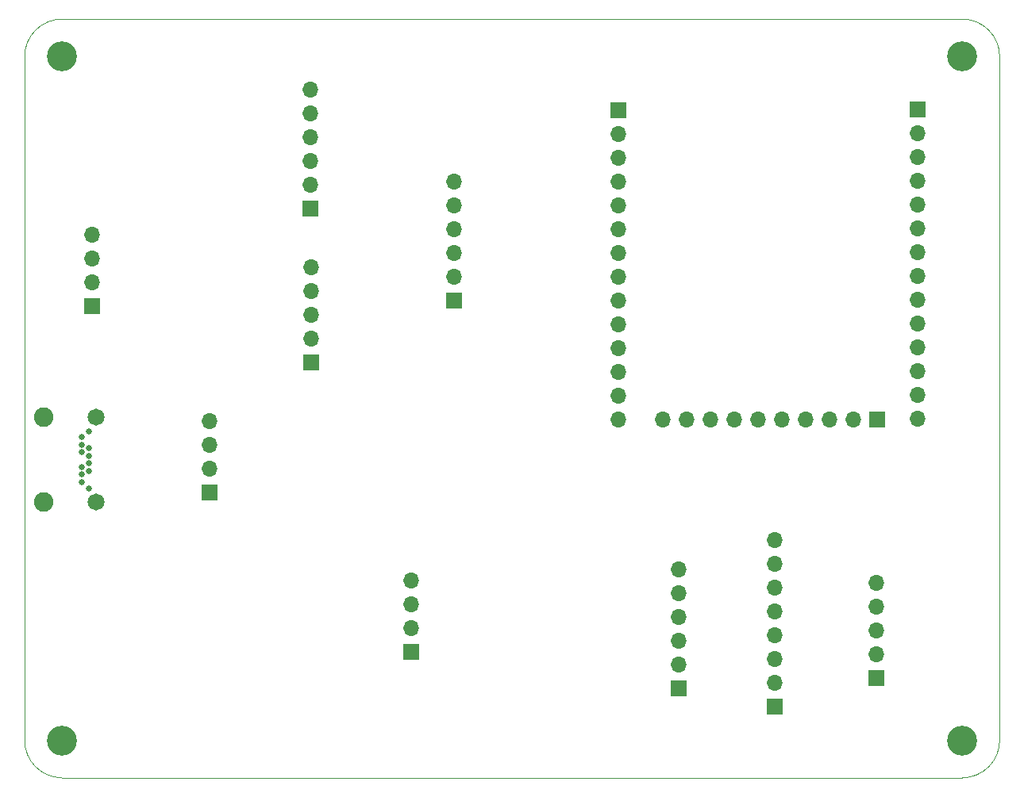
<source format=gbr>
%TF.GenerationSoftware,KiCad,Pcbnew,(5.1.10)-1*%
%TF.CreationDate,2021-08-05T14:48:44-04:00*%
%TF.ProjectId,ftdi-testing-board,66746469-2d74-4657-9374-696e672d626f,rev?*%
%TF.SameCoordinates,Original*%
%TF.FileFunction,Soldermask,Bot*%
%TF.FilePolarity,Negative*%
%FSLAX46Y46*%
G04 Gerber Fmt 4.6, Leading zero omitted, Abs format (unit mm)*
G04 Created by KiCad (PCBNEW (5.1.10)-1) date 2021-08-05 14:48:44*
%MOMM*%
%LPD*%
G01*
G04 APERTURE LIST*
%TA.AperFunction,Profile*%
%ADD10C,0.050000*%
%TD*%
%ADD11C,3.200000*%
%ADD12O,1.700000X1.700000*%
%ADD13R,1.700000X1.700000*%
%ADD14C,1.815000*%
%ADD15C,2.085000*%
%ADD16C,0.650000*%
G04 APERTURE END LIST*
D10*
X242000000Y-94000000D02*
G75*
G03*
X238000000Y-90000000I-4000000J0D01*
G01*
X238000000Y-171000000D02*
G75*
G03*
X242000000Y-167000000I0J4000000D01*
G01*
X138000000Y-167000000D02*
G75*
G03*
X142000000Y-171000000I4000000J0D01*
G01*
X142000000Y-90000000D02*
G75*
G03*
X138000000Y-94000000I0J-4000000D01*
G01*
X138000000Y-167000000D02*
X138000000Y-94000000D01*
X238000000Y-90000000D02*
X142000000Y-90000000D01*
X242000000Y-167000000D02*
X242000000Y-94000000D01*
X142000000Y-171000000D02*
X238000000Y-171000000D01*
D11*
%TO.C,REF\u002A\u002A*%
X142000000Y-94000000D03*
%TD*%
%TO.C,REF\u002A\u002A*%
X238000000Y-94000000D03*
%TD*%
%TO.C,REF\u002A\u002A*%
X238000000Y-167000000D03*
%TD*%
%TO.C,REF\u002A\u002A*%
X142000000Y-167000000D03*
%TD*%
D12*
%TO.C,J13*%
X207751680Y-148757640D03*
X207751680Y-151297640D03*
X207751680Y-153837640D03*
X207751680Y-156377640D03*
X207751680Y-158917640D03*
D13*
X207751680Y-161457640D03*
%TD*%
D12*
%TO.C,J11*%
X168490900Y-97551240D03*
X168490900Y-100091240D03*
X168490900Y-102631240D03*
X168490900Y-105171240D03*
X168490900Y-107711240D03*
D13*
X168490900Y-110251240D03*
%TD*%
D12*
%TO.C,J2*%
X183779160Y-107332780D03*
X183779160Y-109872780D03*
X183779160Y-112412780D03*
X183779160Y-114952780D03*
X183779160Y-117492780D03*
D13*
X183779160Y-120032780D03*
%TD*%
%TO.C,J1*%
X201340720Y-99728020D03*
D12*
X201340720Y-102268020D03*
X201340720Y-104808020D03*
X201340720Y-107348020D03*
X201340720Y-109888020D03*
X201340720Y-112428020D03*
X201340720Y-114968020D03*
X201340720Y-117508020D03*
X201340720Y-120048020D03*
X201340720Y-122588020D03*
X201340720Y-125128020D03*
X201340720Y-127668020D03*
X201340720Y-130208020D03*
X201340720Y-132748020D03*
%TD*%
D14*
%TO.C,J3*%
X145630200Y-141533000D03*
D15*
X140030200Y-141533000D03*
X140030200Y-132533000D03*
D14*
X145630200Y-132533000D03*
D16*
X144830200Y-133983000D03*
X144130200Y-134633000D03*
X144130200Y-135433000D03*
X144830200Y-135833000D03*
X144130200Y-136233000D03*
X144830200Y-136633000D03*
X144830200Y-137433000D03*
X144130200Y-137833000D03*
X144830200Y-138233000D03*
X144130200Y-138633000D03*
X144130200Y-139433000D03*
X144830200Y-140083000D03*
%TD*%
D12*
%TO.C,J4*%
X233210100Y-132633720D03*
X233210100Y-130093720D03*
X233210100Y-127553720D03*
X233210100Y-125013720D03*
X233210100Y-122473720D03*
X233210100Y-119933720D03*
X233210100Y-117393720D03*
X233210100Y-114853720D03*
X233210100Y-112313720D03*
X233210100Y-109773720D03*
X233210100Y-107233720D03*
X233210100Y-104693720D03*
X233210100Y-102153720D03*
D13*
X233210100Y-99613720D03*
%TD*%
%TO.C,J5*%
X228909880Y-132727700D03*
D12*
X226369880Y-132727700D03*
X223829880Y-132727700D03*
X221289880Y-132727700D03*
X218749880Y-132727700D03*
X216209880Y-132727700D03*
X213669880Y-132727700D03*
X211129880Y-132727700D03*
X208589880Y-132727700D03*
X206049880Y-132727700D03*
%TD*%
D13*
%TO.C,J6*%
X218033600Y-163441380D03*
D12*
X218033600Y-160901380D03*
X218033600Y-158361380D03*
X218033600Y-155821380D03*
X218033600Y-153281380D03*
X218033600Y-150741380D03*
X218033600Y-148201380D03*
X218033600Y-145661380D03*
%TD*%
%TO.C,J7*%
X157734000Y-132892800D03*
X157734000Y-135432800D03*
X157734000Y-137972800D03*
D13*
X157734000Y-140512800D03*
%TD*%
D12*
%TO.C,J8*%
X228828600Y-150207980D03*
X228828600Y-152747980D03*
X228828600Y-155287980D03*
X228828600Y-157827980D03*
D13*
X228828600Y-160367980D03*
%TD*%
%TO.C,J9*%
X179270660Y-157530800D03*
D12*
X179270660Y-154990800D03*
X179270660Y-152450800D03*
X179270660Y-149910800D03*
%TD*%
D13*
%TO.C,J10*%
X145191480Y-120667780D03*
D12*
X145191480Y-118127780D03*
X145191480Y-115587780D03*
X145191480Y-113047780D03*
%TD*%
D13*
%TO.C,J12*%
X168526460Y-126674880D03*
D12*
X168526460Y-124134880D03*
X168526460Y-121594880D03*
X168526460Y-119054880D03*
X168526460Y-116514880D03*
%TD*%
M02*

</source>
